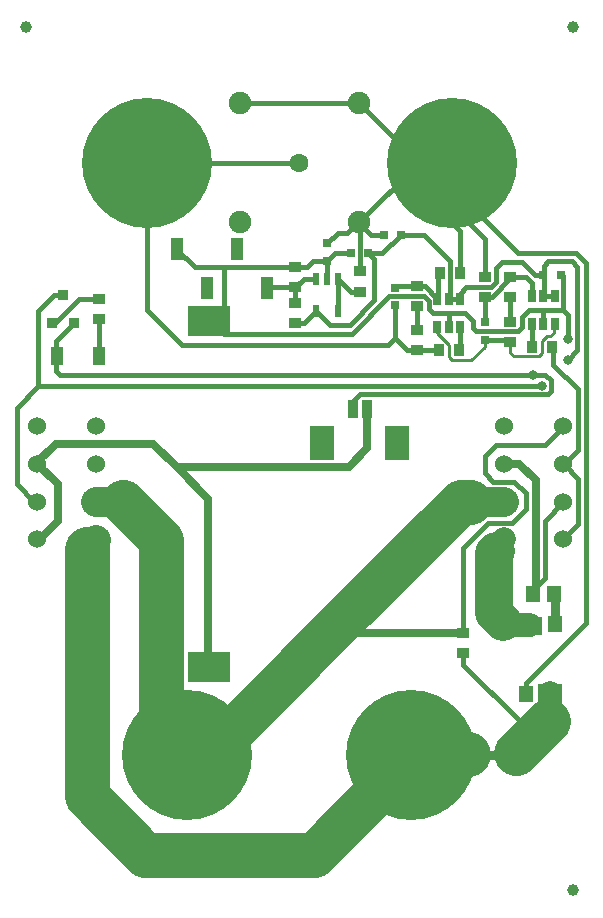
<source format=gbr>
G04 Layer_Physical_Order=2*
G04 Layer_Color=16711680*
%FSLAX45Y45*%
%MOMM*%
%TF.FileFunction,Copper,L2,Bot,Signal*%
%TF.Part,Single*%
G01*
G75*
%TA.AperFunction,Conductor*%
%ADD10C,0.38100*%
%ADD11C,3.81000*%
%TA.AperFunction,ComponentPad*%
%ADD12C,1.52400*%
%ADD14C,1.60000*%
%ADD15C,1.90000*%
%TA.AperFunction,ViaPad*%
%ADD16C,0.80000*%
%TA.AperFunction,SMDPad,CuDef*%
%ADD17R,0.80000X0.80000*%
%ADD18R,0.80000X0.80000*%
G04:AMPARAMS|DCode=19|XSize=1mm|YSize=1mm|CornerRadius=0.5mm|HoleSize=0mm|Usage=FLASHONLY|Rotation=90.000|XOffset=0mm|YOffset=0mm|HoleType=Round|Shape=RoundedRectangle|*
%AMROUNDEDRECTD19*
21,1,1.00000,0.00000,0,0,90.0*
21,1,0.00000,1.00000,0,0,90.0*
1,1,1.00000,0.00000,0.00000*
1,1,1.00000,0.00000,0.00000*
1,1,1.00000,0.00000,0.00000*
1,1,1.00000,0.00000,0.00000*
%
%ADD19ROUNDEDRECTD19*%
%ADD20R,0.65000X1.10000*%
%ADD21R,3.60000X2.60000*%
%ADD22R,1.10000X1.60000*%
%ADD23R,2.10000X3.00000*%
%ADD24R,0.81000X1.60000*%
%ADD25R,0.90000X0.95000*%
%ADD26R,0.90000X0.95001*%
%TA.AperFunction,SMDPad,SMDef*%
%ADD27R,0.60000X1.10000*%
%TA.AperFunction,SMDPad,CuDef*%
%ADD28R,0.90000X1.00000*%
%ADD29R,1.00000X0.90000*%
%ADD30R,1.20000X1.40000*%
%ADD31R,2.00000X1.65000*%
%ADD32R,1.15000X1.40000*%
%ADD33R,1.00000X1.91000*%
%TA.AperFunction,Conductor*%
%ADD34C,0.75000*%
%ADD35C,0.00000*%
%ADD36C,0.63500*%
%ADD37C,3.17500*%
%ADD38C,2.50000*%
%ADD39C,2.03200*%
%ADD40C,2.00000*%
%ADD41C,0.25400*%
%ADD42C,0.20320*%
%TA.AperFunction,ComponentPad*%
%ADD43C,11.00000*%
D10*
X1452626Y5770534D02*
X1610076Y5613084D01*
X466681Y4703316D02*
X4482340D01*
X1723898Y5182723D02*
X1854053Y5052568D01*
X435002Y4735000D02*
Y4987502D01*
X4765040Y4830064D02*
X4846574Y4911598D01*
X4565590Y5370000D02*
Y5546205D01*
Y5351204D02*
Y5370000D01*
X3351854Y5886958D02*
X3548237D01*
X3351854D02*
X3355410Y5890514D01*
X282956Y4609336D02*
X4549138D01*
X3797002Y6287560D02*
Y6509998D01*
X1988501Y7004998D02*
X2998502D01*
X2730246Y5816670D02*
X2819076Y5905500D01*
X2893060D01*
X2983132Y5995572D01*
X2997802D01*
X4560698Y1770002D02*
X4597276D01*
X2611050Y5666670D02*
X2730246D01*
X2557464Y5613084D02*
X2611050Y5666670D01*
X2458482Y5613084D02*
X2557464D01*
X2726971Y5663395D02*
X2730246Y5666670D01*
X2726971Y5514892D02*
Y5663395D01*
X2730246Y5666670D02*
X2796102Y5732526D01*
X2928224D01*
X3078226D02*
X3197422D01*
X3351854Y5886958D01*
X3004312Y5984304D02*
X3101657Y5886958D01*
X2998502Y5990114D02*
X3004312Y5984304D01*
X3101657Y5886958D02*
X3180702D01*
X4318635Y1486281D02*
X4323842Y1491488D01*
X3379809Y1489287D02*
X3439999Y1487001D01*
X4575302Y2983230D02*
Y3469131D01*
X4503674Y2911602D02*
X4575302Y2983230D01*
X4503674Y2893677D02*
Y2911602D01*
X3870001Y2515000D02*
X3875000Y2519998D01*
X4575302Y3469131D02*
X4729999Y3623831D01*
X4061461Y4017262D02*
X4156965Y4112766D01*
X4061461Y3874768D02*
Y4017262D01*
X4156965Y4112766D02*
X4572001D01*
X4846574Y4911598D02*
Y5615940D01*
X4798060Y5664454D02*
X4846574Y5615940D01*
X4601464Y5664454D02*
X4798060D01*
X794512Y5174510D02*
X795001Y5174999D01*
X794512Y4870490D02*
Y5174510D01*
X626190Y5345002D02*
X795001D01*
X423685Y5142497D02*
X626190Y5345002D01*
X400000Y5142497D02*
X423685D01*
X4835652Y5736336D02*
X4924552Y5647436D01*
Y2604262D02*
Y5647436D01*
X4411472Y2091182D02*
X4924552Y2604262D01*
X4411472Y2001471D02*
Y2091182D01*
X2530161Y5143082D02*
X2631970Y5244890D01*
X4411473Y3566158D02*
Y3702810D01*
X792988Y5347014D02*
X795001Y5345002D01*
X3003820Y4540520D02*
X4600210D01*
X2940050Y4476750D02*
X3003820Y4540520D01*
X4600210D02*
X4626102Y4566412D01*
X328677Y3337306D02*
Y3343403D01*
X270000Y3950000D02*
X275798D01*
X3253994Y5370830D02*
X3546348D01*
X3590290Y5326888D01*
Y5264658D02*
Y5326888D01*
Y5264658D02*
X3626980Y5227968D01*
X3757225D01*
X3879999Y2250001D02*
X4359998Y1770002D01*
X4315207Y3799076D02*
X4411473Y3702810D01*
X4298189Y3452874D02*
X4411473Y3566158D01*
X4093719Y3452874D02*
X4298189D01*
X3495006Y6508494D02*
X3529077D01*
X3537571Y6500000D01*
X3786999D01*
X3797002Y6509998D01*
X2998502Y5994998D02*
X3503499Y6500000D01*
X3786999Y5987002D02*
Y6131700D01*
X4856735Y3440936D02*
Y3822952D01*
X4731005Y3948682D02*
X4856735Y3822952D01*
X3767228Y5357966D02*
Y5667968D01*
X4440003Y5250000D02*
X4560002D01*
Y5162042D02*
Y5250000D01*
X4379998Y5190001D02*
X4440003Y5250000D01*
X3301072Y5017966D02*
X3406075Y4912968D01*
X4560587Y5551204D02*
X4565590Y5546205D01*
X4281334Y5154999D02*
Y5365001D01*
X400000Y5142497D02*
Y5170001D01*
X3879999Y2250001D02*
Y2345002D01*
X435002Y4987502D02*
X590003Y5142503D01*
X100001Y3780001D02*
X249998Y3629999D01*
X4359998Y1770002D02*
X4560698D01*
X4572001Y4112766D02*
X4723893Y4264658D01*
X4137153Y3799076D02*
X4315207D01*
X4061461Y3874768D02*
X4137153Y3799076D01*
X4560182Y5250180D02*
X4720002D01*
X4560587Y5551204D02*
X4565650Y5556267D01*
Y5628640D01*
X3852164Y5580002D02*
Y5921833D01*
X3786999Y5987002D02*
X3852164Y5921833D01*
X3879999Y2525002D02*
Y3239159D01*
X3491074Y5082970D02*
Y5282970D01*
X4463542Y4964684D02*
X4468473D01*
X4463542Y5149115D02*
X4466779Y5152353D01*
X4560002Y5370000D02*
X4565590D01*
X4654998D01*
X4488796Y5551204D02*
X4560587D01*
X4565650Y5628640D02*
X4601464Y5664454D01*
X3491074Y5452967D02*
X3557226D01*
X3301072Y5291836D02*
Y5292967D01*
X3662224Y5347968D02*
X3664966Y5350710D01*
X3757225Y5227968D02*
X3893680D01*
X3964686Y5156962D01*
Y5101082D02*
Y5156962D01*
Y5101082D02*
X3992626Y5073142D01*
X3664966Y5350710D02*
Y5560712D01*
X3557226Y5452967D02*
X3662224Y5347968D01*
X3757225Y5107969D02*
Y5227968D01*
X3852226Y5347968D02*
Y5391651D01*
X3757225Y5347968D02*
X3852226D01*
X4064702Y5149320D02*
Y5355095D01*
X4064000Y5580778D02*
Y5854699D01*
X3852226Y5391651D02*
X3907605Y5447030D01*
X3301072Y5017966D02*
Y5291836D01*
X3797002Y6287560D02*
X4348226Y5736336D01*
X3786999Y6131700D02*
X4064000Y5854699D01*
X3786999Y6131700D02*
Y6500000D01*
X2998502Y7004998D02*
X3495006Y6508494D01*
X3406075Y4912968D02*
X3491074D01*
X2438477Y5613083D02*
X2458483D01*
X2459944Y5611622D01*
X4725590Y5249752D02*
Y5536203D01*
Y5249752D02*
X4767072Y5208270D01*
Y5006086D02*
Y5208270D01*
X4161334Y5610000D02*
X4210708Y5659374D01*
X4380626D01*
X4488796Y5551204D01*
X3875000Y2519998D02*
X3879999Y2525002D01*
X3934715Y3628896D02*
X3935818Y3629999D01*
X3879999Y3239159D02*
X4093719Y3452874D01*
X3490058Y5452205D02*
X3490947Y5453094D01*
X4552696Y4612894D02*
X4556252Y4609338D01*
X4555236Y4608322D02*
X4556252Y4609338D01*
X4546854Y4608322D02*
X4555236D01*
X4765040Y4830064D02*
X4766564D01*
X4479544Y4706112D02*
X4577080D01*
X2998502Y5990114D02*
Y5994998D01*
X4577080Y4706112D02*
X4626102Y4657090D01*
Y4566412D02*
Y4657090D01*
X4479544Y4706112D02*
X4482340Y4703316D01*
X435002Y4735000D02*
X466681Y4703316D01*
X4644898Y4790186D02*
Y4889898D01*
Y4790186D02*
X4852417Y4582667D01*
Y4070094D02*
Y4582667D01*
X3004312Y5578676D02*
Y5984304D01*
X3548237Y5886958D02*
X3767228Y5667968D01*
X4410000Y1999999D02*
X4411472Y2001471D01*
X4065300Y4998720D02*
X4277106D01*
X4281334Y5534999D02*
X4414181D01*
X4465001Y5484179D01*
Y5370000D02*
Y5484179D01*
X3240423Y4957318D02*
X3301072Y5017966D01*
X282956Y4609336D02*
Y5245862D01*
X414592Y5377498D01*
X495002D01*
X4549138Y4609336D02*
X4552696Y4612894D01*
X3907605Y5447030D02*
X4118405D01*
X4161334Y5489959D01*
Y5610000D01*
X4123182Y5363464D02*
X4281334Y5521616D01*
X4072382Y5363464D02*
X4123182D01*
X3526634Y4914746D02*
X3652785D01*
X3852226Y4928870D02*
Y5097018D01*
X3490992Y4915609D02*
X3491138Y4915605D01*
X100001Y3780001D02*
Y4425875D01*
X282956Y4608830D01*
Y4609336D01*
X4348226Y5736336D02*
X4835652D01*
X2458483Y5143082D02*
X2530161D01*
X4463542Y4964684D02*
Y5149115D01*
X4452047Y4948259D02*
X4468473Y4964684D01*
X4731005Y3948682D02*
X4852417Y4070094D01*
X4721226Y3305427D02*
X4856735Y3440936D01*
X3992626Y5073142D02*
X4346956D01*
X4379998Y5106184D01*
Y5190001D01*
X2634996Y2515000D02*
X2746140D01*
X794512Y4870490D02*
X800002Y4864997D01*
X804998Y4859999D01*
X1616202Y5272786D02*
X1619504Y5269484D01*
X2214626Y5441534D02*
X2216176Y5443084D01*
X1856740Y5613084D02*
X2458482D01*
X1497584Y4957318D02*
X3240423D01*
X2489548Y6496050D02*
X2493499Y6500000D01*
X1199999D02*
X2493499D01*
X3301072Y5291836D02*
X3305810D01*
X3491138Y4915605D02*
X3526634Y4914746D01*
X3491074Y4917286D02*
X3491380Y4917264D01*
X3491381D01*
X3526634Y4914746D01*
X1787489Y5161625D02*
X1856740Y5230876D01*
X2631970Y5244890D02*
X2633936D01*
X2749296Y5129530D01*
X2923794D01*
X3127502Y5333238D01*
Y5683250D01*
X3078226Y5732526D02*
X3127502Y5683250D01*
X3335138Y5451605D02*
X3495138D01*
X3664966Y5560712D02*
X3682224Y5577970D01*
X1199999Y5254903D02*
X1497584Y4957318D01*
X1199999Y5254903D02*
Y6500000D01*
X2530290Y5514892D02*
X2631970D01*
X2458482Y5443084D02*
X2458483Y5443085D01*
X2530290Y5514892D01*
X2458483Y5313084D02*
Y5443085D01*
X2821972Y5244890D02*
Y5514892D01*
X2928188Y5408676D02*
X3004312D01*
X2821972Y5514892D02*
X2928188Y5408676D01*
X1854053Y5052568D02*
X2935732D01*
X3253994Y5370830D01*
X1856740Y5230876D02*
Y5613084D01*
X1610076D02*
X1856740D01*
X2229984Y5443084D02*
X2458482D01*
X2224024Y5437124D02*
X2229984Y5443084D01*
D11*
X3379809Y1489287D02*
X3921929D01*
X3379809D02*
X3433403Y1469306D01*
X4332351Y1505077D02*
X4597276Y1770002D01*
X692405Y1138934D02*
X1189481Y641858D01*
X3433403Y1469306D02*
X3442716Y1465834D01*
X1532890Y1481582D02*
X1717548D01*
X1000594Y3629404D02*
X1321816Y3308182D01*
Y1692656D02*
Y3308182D01*
Y1692656D02*
X1532890Y1481582D01*
X2502916Y2266950D02*
Y2271776D01*
X1717548Y1481582D02*
X2502916Y2266950D01*
X3458379Y1610409D02*
X3466807Y1616652D01*
X692405Y1138934D02*
Y3230116D01*
X3442716Y1465580D02*
Y1465834D01*
X1189481Y641858D02*
X2618994D01*
X3442716Y1465580D01*
X3860036Y3628896D02*
X3934715D01*
X2502916Y2271776D02*
X2746140Y2515000D01*
X3860036Y3628896D01*
D12*
X770000Y4270000D02*
D03*
Y3950000D02*
D03*
Y3630000D02*
D03*
Y3310000D02*
D03*
X270000Y3310000D02*
D03*
Y3630000D02*
D03*
Y3950000D02*
D03*
Y4270000D02*
D03*
X4730000D02*
D03*
Y3950000D02*
D03*
Y3630000D02*
D03*
Y3310000D02*
D03*
X4230000Y3310000D02*
D03*
Y3630000D02*
D03*
Y3950000D02*
D03*
Y4270000D02*
D03*
D14*
X2492802Y6500572D02*
D03*
D15*
X1987802Y5995572D02*
D03*
Y7005572D02*
D03*
X2997802D02*
D03*
Y5995572D02*
D03*
D16*
X4767072Y5006086D02*
D03*
X4546854Y4608322D02*
D03*
X4469638Y4706112D02*
D03*
X4766564Y4830064D02*
D03*
D17*
X2730246Y5816670D02*
D03*
Y5666670D02*
D03*
X3301072Y5442969D02*
D03*
Y5292967D02*
D03*
X4064702Y5149320D02*
D03*
Y4999318D02*
D03*
D18*
X3356680Y5889244D02*
D03*
X3206680D02*
D03*
X4710589Y5551204D02*
D03*
X4560587D02*
D03*
X3078226Y5732526D02*
D03*
X2928224D02*
D03*
D19*
X180001Y7646998D02*
D03*
X4807000Y340003D02*
D03*
X4807002Y7646998D02*
D03*
D20*
X4654998Y5370000D02*
D03*
X4560002D02*
D03*
X4465001D02*
D03*
Y5130001D02*
D03*
X4560002D02*
D03*
X4654998D02*
D03*
X3852226Y5347968D02*
D03*
X3757225D02*
D03*
X3662224D02*
D03*
Y5107969D02*
D03*
X3757225D02*
D03*
X3852226D02*
D03*
D21*
X1731518Y5161895D02*
D03*
Y2231898D02*
D03*
D22*
X444999Y4859999D02*
D03*
X795001D02*
D03*
D23*
X3324082Y4125282D02*
D03*
X2689082D02*
D03*
D24*
X3069082Y4415282D02*
D03*
X2944082D02*
D03*
D25*
X495002Y5377498D02*
D03*
X590003Y5142503D02*
D03*
D26*
X400000Y5142497D02*
D03*
D27*
X2631970Y5244890D02*
D03*
X2821972D02*
D03*
Y5514892D02*
D03*
X2726971D02*
D03*
X2631970D02*
D03*
D28*
X3683598Y5563108D02*
D03*
X3853598D02*
D03*
X4462045Y4938261D02*
D03*
X4632047D02*
D03*
X3846068Y4912868D02*
D03*
X3676066D02*
D03*
D29*
X3491074Y4912968D02*
D03*
Y5082970D02*
D03*
X3491074Y5452968D02*
D03*
Y5282968D02*
D03*
X4281334Y4985002D02*
D03*
Y5154999D02*
D03*
X3004312Y5578676D02*
D03*
Y5408676D02*
D03*
X2458482Y5443084D02*
D03*
Y5613084D02*
D03*
X2458483Y5143082D02*
D03*
Y5313084D02*
D03*
X4064702Y5529411D02*
D03*
Y5359413D02*
D03*
X795001Y5345002D02*
D03*
Y5174999D02*
D03*
X4281334Y5365001D02*
D03*
Y5534999D02*
D03*
X3879999Y2345002D02*
D03*
Y2515000D02*
D03*
D30*
X4650000Y2850000D02*
D03*
X4470000D02*
D03*
D31*
X4620002Y2010002D02*
D03*
X4450000Y2579998D02*
D03*
D32*
X4410000Y1999999D02*
D03*
X4660002Y2590001D02*
D03*
D33*
X1462024Y5766124D02*
D03*
X1716024Y5437124D02*
D03*
X1970024Y5766124D02*
D03*
X2224024Y5437124D02*
D03*
D34*
X4088003Y1486281D02*
X4318635D01*
X4660840Y2601095D02*
Y2836096D01*
D35*
X4085336Y1483614D02*
X4088003Y1486281D01*
D36*
X4494530Y2874530D02*
Y3809746D01*
X4354276Y3950000D02*
X4494530Y3809746D01*
X4230000Y3950000D02*
X4354276D01*
X4470000Y2850000D02*
X4494530Y2874530D01*
X3069082Y4080002D02*
Y4415282D01*
X2910967Y3921887D02*
X3069082Y4080002D01*
X1455293Y3921887D02*
X2910967D01*
X328677Y3343403D02*
X449326Y3464052D01*
Y3776472D01*
X275798Y3950000D02*
X449326Y3776472D01*
X1455293Y3921887D02*
X1724407Y3652772D01*
X1257179Y4120000D02*
X1455293Y3921887D01*
X249998Y3309999D02*
X257176D01*
X249998Y3949998D02*
X261921D01*
X431918Y4120000D02*
X1257179D01*
X1724407Y2264918D02*
Y3652772D01*
X257176Y3309999D02*
X263587Y3316410D01*
X2746140Y2515000D02*
X3870001D01*
X263587Y3316410D02*
X263588Y3316411D01*
X261921Y3949998D02*
X265961Y3954038D01*
X431918Y4120000D01*
D37*
X4144773Y2685230D02*
Y3197350D01*
X4161791Y3214368D01*
X4144773Y2685230D02*
X4219998Y2610001D01*
D38*
X774701Y3629404D02*
X1000594D01*
X692405Y3230116D02*
X770383Y3308094D01*
X3935818Y3629999D02*
X4230000D01*
D39*
X4620002Y1829301D02*
Y2010002D01*
X4560698Y1770002D02*
X4620002Y1829301D01*
D40*
X4161791Y3241790D02*
X4230000Y3309999D01*
X4258890Y2584291D02*
X4448893D01*
X4161791Y3214368D02*
Y3241790D01*
D41*
X4729690Y3947367D02*
X4731005Y3948682D01*
X3662224Y5058612D02*
Y5107969D01*
X4064702Y4999318D02*
X4065300Y4998720D01*
X3662224Y5058612D02*
X3764280Y4956556D01*
X4644898Y4889898D02*
X4645001Y4890001D01*
X4549394Y4987290D02*
X4592066Y5029962D01*
X4729690Y3947367D02*
Y3949998D01*
X4592066Y5029962D02*
X4618228D01*
X4650000Y5061734D01*
Y5125002D01*
X4277106Y4892548D02*
X4309364Y4860290D01*
X4518914D01*
X4549394Y4890770D01*
Y4987290D01*
X4061714Y4943094D02*
Y4992624D01*
X3950462Y4831842D02*
X4061714Y4943094D01*
X3764280Y4856480D02*
Y4956556D01*
Y4856480D02*
X3788918Y4831842D01*
X3950462D01*
X4277106Y4892548D02*
Y4998720D01*
X4729690Y3949998D02*
X4731005Y3948682D01*
D42*
X4650000Y5125002D02*
X4654998Y5130001D01*
X4710589Y5551204D02*
X4725590Y5536203D01*
X4560002Y5250000D02*
X4560182Y5250180D01*
X3757225Y5347968D02*
X3767228Y5357966D01*
X4064702Y5359413D02*
Y5365001D01*
X4281334Y5521616D02*
Y5534999D01*
X4064702Y5355095D02*
Y5355784D01*
Y5359413D01*
Y5355784D02*
X4072382Y5363464D01*
D43*
X3786999Y6500000D02*
D03*
X3439999Y1487001D02*
D03*
X1199999Y6500000D02*
D03*
X1539998Y1487001D02*
D03*
%TF.MD5,84d9a656008a4484451f29ae0ce79bbf*%
M02*

</source>
